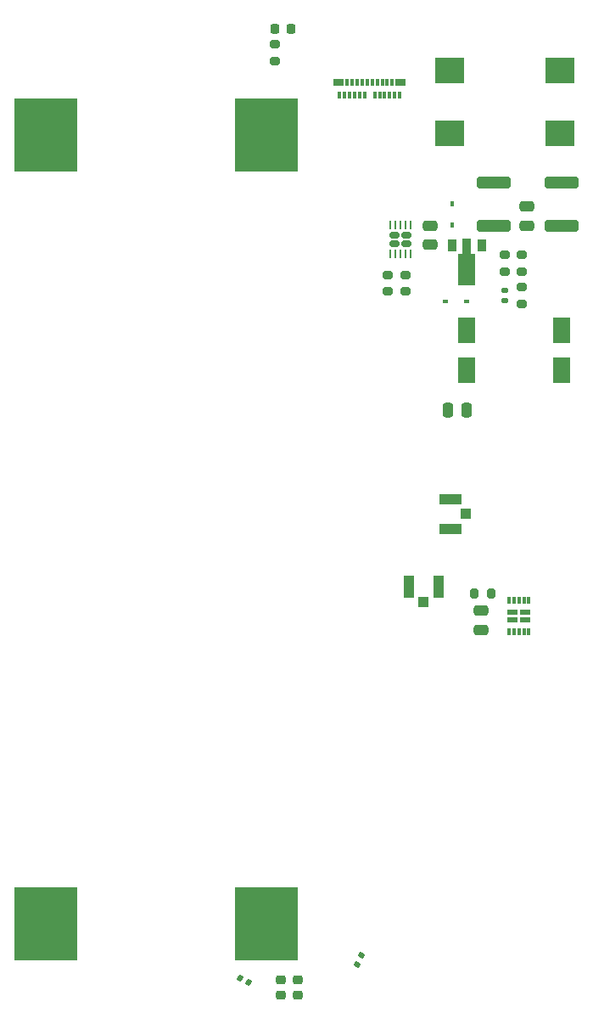
<source format=gtp>
G04 #@! TF.GenerationSoftware,KiCad,Pcbnew,6.0.11+dfsg-1*
G04 #@! TF.CreationDate,2023-09-07T21:49:32+01:00*
G04 #@! TF.ProjectId,low-noise-power-probe-panel,6c6f772d-6e6f-4697-9365-2d706f776572,rev?*
G04 #@! TF.SameCoordinates,Original*
G04 #@! TF.FileFunction,Paste,Top*
G04 #@! TF.FilePolarity,Positive*
%FSLAX46Y46*%
G04 Gerber Fmt 4.6, Leading zero omitted, Abs format (unit mm)*
G04 Created by KiCad (PCBNEW 6.0.11+dfsg-1) date 2023-09-07 21:49:32*
%MOMM*%
%LPD*%
G01*
G04 APERTURE LIST*
G04 Aperture macros list*
%AMRoundRect*
0 Rectangle with rounded corners*
0 $1 Rounding radius*
0 $2 $3 $4 $5 $6 $7 $8 $9 X,Y pos of 4 corners*
0 Add a 4 corners polygon primitive as box body*
4,1,4,$2,$3,$4,$5,$6,$7,$8,$9,$2,$3,0*
0 Add four circle primitives for the rounded corners*
1,1,$1+$1,$2,$3*
1,1,$1+$1,$4,$5*
1,1,$1+$1,$6,$7*
1,1,$1+$1,$8,$9*
0 Add four rect primitives between the rounded corners*
20,1,$1+$1,$2,$3,$4,$5,0*
20,1,$1+$1,$4,$5,$6,$7,0*
20,1,$1+$1,$6,$7,$8,$9,0*
20,1,$1+$1,$8,$9,$2,$3,0*%
%AMFreePoly0*
4,1,9,3.862500,-0.866500,0.737500,-0.866500,0.737500,-0.450000,-0.737500,-0.450000,-0.737500,0.450000,0.737500,0.450000,0.737500,0.866500,3.862500,0.866500,3.862500,-0.866500,3.862500,-0.866500,$1*%
G04 Aperture macros list end*
%ADD10R,3.000000X2.500000*%
%ADD11RoundRect,0.250000X0.475000X-0.250000X0.475000X0.250000X-0.475000X0.250000X-0.475000X-0.250000X0*%
%ADD12RoundRect,0.200000X-0.275000X0.200000X-0.275000X-0.200000X0.275000X-0.200000X0.275000X0.200000X0*%
%ADD13R,6.350000X7.340000*%
%ADD14R,0.900000X1.300000*%
%ADD15FreePoly0,270.000000*%
%ADD16R,1.800000X2.500000*%
%ADD17RoundRect,0.140000X0.170000X-0.140000X0.170000X0.140000X-0.170000X0.140000X-0.170000X-0.140000X0*%
%ADD18R,0.300000X0.700000*%
%ADD19R,1.000000X0.700000*%
%ADD20R,0.450000X0.600000*%
%ADD21R,0.600000X0.450000*%
%ADD22RoundRect,0.218750X-0.256250X0.218750X-0.256250X-0.218750X0.256250X-0.218750X0.256250X0.218750X0*%
%ADD23R,2.200000X1.050000*%
%ADD24R,1.050000X1.000000*%
%ADD25R,1.050000X0.600000*%
%ADD26R,0.300000X0.650000*%
%ADD27RoundRect,0.200000X0.275000X-0.200000X0.275000X0.200000X-0.275000X0.200000X-0.275000X-0.200000X0*%
%ADD28RoundRect,0.218750X-0.218750X-0.256250X0.218750X-0.256250X0.218750X0.256250X-0.218750X0.256250X0*%
%ADD29RoundRect,0.250000X-1.450000X0.312500X-1.450000X-0.312500X1.450000X-0.312500X1.450000X0.312500X0*%
%ADD30RoundRect,0.200000X0.200000X0.275000X-0.200000X0.275000X-0.200000X-0.275000X0.200000X-0.275000X0*%
%ADD31RoundRect,0.140000X0.094906X-0.198728X0.213239X0.055038X-0.094906X0.198728X-0.213239X-0.055038X0*%
%ADD32RoundRect,0.167500X-0.312500X0.167500X-0.312500X-0.167500X0.312500X-0.167500X0.312500X0.167500X0*%
%ADD33RoundRect,0.062500X-0.062500X0.362500X-0.062500X-0.362500X0.062500X-0.362500X0.062500X0.362500X0*%
%ADD34RoundRect,0.250000X-0.475000X0.250000X-0.475000X-0.250000X0.475000X-0.250000X0.475000X0.250000X0*%
%ADD35RoundRect,0.250000X0.250000X0.475000X-0.250000X0.475000X-0.250000X-0.475000X0.250000X-0.475000X0*%
%ADD36RoundRect,0.140000X0.198728X0.094906X-0.055038X0.213239X-0.198728X-0.094906X0.055038X-0.213239X0*%
%ADD37RoundRect,0.218750X0.256250X-0.218750X0.256250X0.218750X-0.256250X0.218750X-0.256250X-0.218750X0*%
%ADD38R,1.050000X2.200000*%
%ADD39R,1.000000X1.050000*%
G04 APERTURE END LIST*
D10*
X240100000Y-30050000D03*
X240100000Y-36350000D03*
X229100000Y-36350000D03*
X229100000Y-30050000D03*
D11*
X232200000Y-85850000D03*
X232200000Y-83950000D03*
D12*
X224700000Y-50475000D03*
X224700000Y-52125000D03*
D13*
X188800000Y-115130000D03*
X188800000Y-36470000D03*
D14*
X232300000Y-47500000D03*
D15*
X230800000Y-47587500D03*
D14*
X229300000Y-47500000D03*
D16*
X230800000Y-60000000D03*
X230800000Y-56000000D03*
D17*
X234600000Y-52980000D03*
X234600000Y-52020000D03*
D18*
X224109483Y-32535000D03*
X223609483Y-32535000D03*
X223109483Y-32535000D03*
X222609483Y-32535000D03*
X222109483Y-32535000D03*
X221609483Y-32535000D03*
X220609483Y-32535000D03*
X220109483Y-32535000D03*
X219609483Y-32535000D03*
X219109483Y-32535000D03*
X218609483Y-32535000D03*
X218109483Y-32535000D03*
D19*
X218009483Y-31235000D03*
D18*
X218859483Y-31235000D03*
X219359483Y-31235000D03*
X219859483Y-31235000D03*
X220359483Y-31235000D03*
X220859483Y-31235000D03*
X221359483Y-31235000D03*
X221859483Y-31235000D03*
X222359483Y-31235000D03*
X222859483Y-31235000D03*
X223359483Y-31235000D03*
D19*
X224209483Y-31235000D03*
D20*
X229350000Y-45500000D03*
X229350000Y-43400000D03*
D21*
X230800000Y-53100000D03*
X228700000Y-53100000D03*
D22*
X212225000Y-120712500D03*
X212225000Y-122287500D03*
D23*
X229200000Y-72825000D03*
X229200000Y-75775000D03*
D24*
X230725000Y-74300000D03*
D25*
X235380000Y-84887500D03*
X235380000Y-84112500D03*
X236620000Y-84887500D03*
X236620000Y-84112500D03*
D26*
X235000000Y-86050000D03*
X235500000Y-86050000D03*
X236000000Y-86050000D03*
X236500000Y-86050000D03*
X237000000Y-86050000D03*
X237000000Y-82950000D03*
X236500000Y-82950000D03*
X236000000Y-82950000D03*
X235500000Y-82950000D03*
X235000000Y-82950000D03*
D27*
X236300000Y-50125000D03*
X236300000Y-48475000D03*
D12*
X211650000Y-27475000D03*
X211650000Y-29125000D03*
D28*
X211662500Y-25950000D03*
X213237500Y-25950000D03*
D13*
X210800000Y-36470000D03*
X210800000Y-115130000D03*
D12*
X234600000Y-48475000D03*
X234600000Y-50125000D03*
D29*
X240300000Y-41262500D03*
X240300000Y-45537500D03*
D30*
X233225000Y-82200000D03*
X231575000Y-82200000D03*
D31*
X219872143Y-119210028D03*
X220277857Y-118339972D03*
D32*
X223605000Y-47360000D03*
X223605000Y-46540000D03*
X224795000Y-46540000D03*
X224795000Y-47360000D03*
D33*
X225200000Y-45500000D03*
X224700000Y-45500000D03*
X224200000Y-45500000D03*
X223700000Y-45500000D03*
X223200000Y-45500000D03*
X223200000Y-48400000D03*
X223700000Y-48400000D03*
X224200000Y-48400000D03*
X224700000Y-48400000D03*
X225200000Y-48400000D03*
D16*
X240300000Y-60000000D03*
X240300000Y-56000000D03*
D29*
X233500000Y-41262500D03*
X233500000Y-45537500D03*
D34*
X227150000Y-45550000D03*
X227150000Y-47450000D03*
D35*
X230790000Y-63980000D03*
X228890000Y-63980000D03*
D11*
X236800000Y-45550000D03*
X236800000Y-43650000D03*
D36*
X209032639Y-120975328D03*
X208162583Y-120569614D03*
D37*
X213925000Y-122287500D03*
X213925000Y-120712500D03*
D38*
X227975000Y-81555000D03*
X225025000Y-81555000D03*
D39*
X226500000Y-83080000D03*
D27*
X236300000Y-53325000D03*
X236300000Y-51675000D03*
D12*
X222900000Y-50475000D03*
X222900000Y-52125000D03*
M02*

</source>
